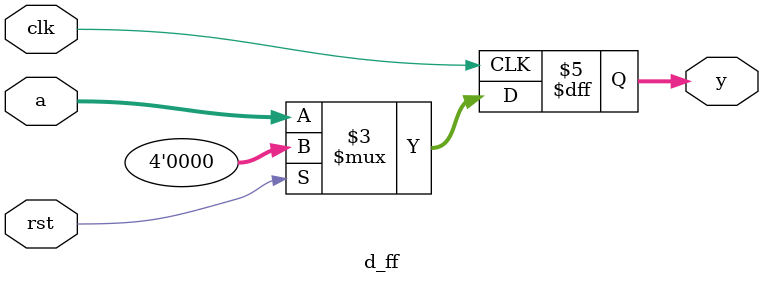
<source format=v>
/* 
 * Corevexis Semiconductor 
 * Example 12: D FF 
 */

module d_ff (
    input clk,
    input rst,
    input [3:0] a,
    output reg [3:0] y
);

always @(posedge clk) begin
    if(rst) y <= 4'b0;
    else y <= a; 
end

endmodule
</source>
